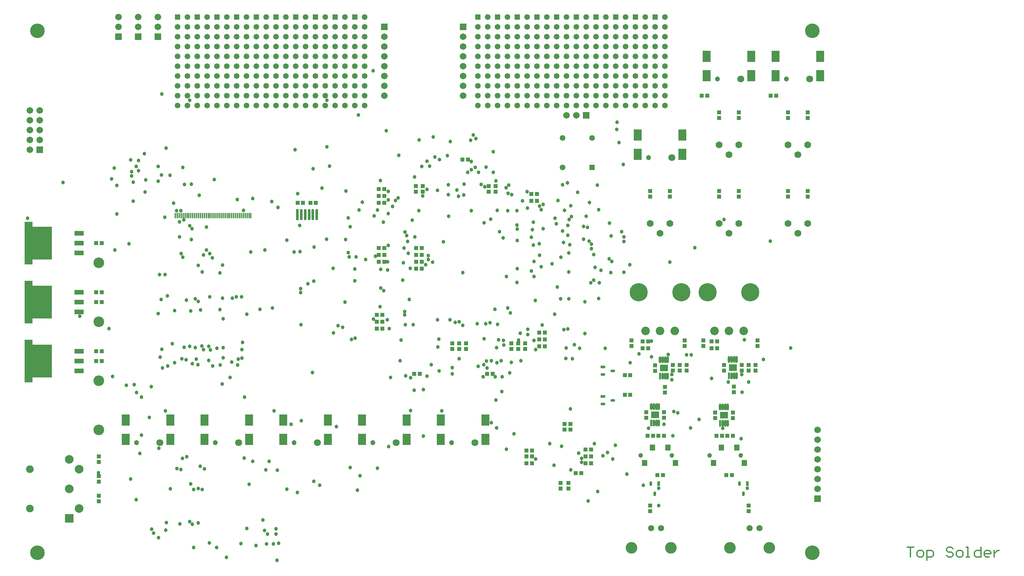
<source format=gts>
%FSLAX25Y25*%
%MOIN*%
G70*
G01*
G75*
G04 Layer_Color=8388736*
%ADD10R,0.03150X0.03543*%
%ADD11R,0.01969X0.03937*%
%ADD12O,0.01969X0.03937*%
%ADD13R,0.03543X0.03150*%
%ADD14R,0.04724X0.05512*%
%ADD15R,0.07480X0.06299*%
%ADD16O,0.01575X0.06299*%
%ADD17R,0.01575X0.06299*%
%ADD18R,0.01969X0.10630*%
%ADD19O,0.01969X0.10630*%
%ADD20R,0.08500X0.04200*%
%ADD21R,0.07500X0.42500*%
%ADD22R,0.20000X0.32500*%
%ADD23R,0.00787X0.04724*%
%ADD24O,0.00787X0.04724*%
%ADD25R,0.03937X0.01969*%
%ADD26O,0.03937X0.01969*%
%ADD27R,0.07480X0.11024*%
%ADD28C,0.00780*%
%ADD29C,0.02500*%
%ADD30C,0.01575*%
%ADD31C,0.01969*%
%ADD32C,0.00787*%
%ADD33C,0.01200*%
%ADD34C,0.03937*%
%ADD35C,0.06200*%
%ADD36C,0.07874*%
%ADD37C,0.17716*%
%ADD38R,0.05000X0.05000*%
%ADD39C,0.05000*%
%ADD40C,0.10000*%
%ADD41R,0.05906X0.05906*%
%ADD42C,0.05906*%
%ADD43C,0.11000*%
%ADD44C,0.05500*%
%ADD45R,0.05906X0.05906*%
%ADD46C,0.14000*%
%ADD47R,0.05000X0.05000*%
%ADD48C,0.08000*%
%ADD49C,0.07000*%
%ADD50R,0.08000X0.08000*%
%ADD51C,0.04331*%
%ADD52C,0.06299*%
%ADD53C,0.03000*%
%ADD54O,0.01181X0.03937*%
%ADD55R,0.01181X0.03937*%
%ADD56O,0.03150X0.00984*%
%ADD57R,0.03150X0.00984*%
%ADD58R,0.00984X0.03150*%
%ADD59O,0.07480X0.01181*%
%ADD60R,2.00000X0.06000*%
%ADD61O,0.10000X0.01181*%
%ADD62O,0.01181X0.10000*%
%ADD63O,0.01181X0.07480*%
%ADD64O,0.01772X0.05709*%
%ADD65R,0.01772X0.05709*%
%ADD66O,0.01575X0.03937*%
%ADD67R,0.01575X0.03937*%
%ADD68O,0.08000X0.02400*%
%ADD69C,0.02400*%
%ADD70C,0.01181*%
%ADD71C,0.01772*%
%ADD72C,0.00984*%
%ADD73C,0.01000*%
%ADD74C,0.00800*%
%ADD75C,0.01500*%
%ADD76R,0.08268X0.11024*%
%ADD77R,0.09449X0.09449*%
%ADD78R,0.09449X0.09449*%
%ADD79R,0.03950X0.04343*%
%ADD80R,0.02769X0.04737*%
%ADD81O,0.02769X0.04737*%
%ADD82R,0.04343X0.03950*%
%ADD83R,0.05524X0.06312*%
%ADD84R,0.08280X0.07099*%
%ADD85O,0.02375X0.07099*%
%ADD86R,0.02375X0.07099*%
%ADD87R,0.02769X0.11430*%
%ADD88O,0.02769X0.11430*%
%ADD89R,0.09300X0.05000*%
%ADD90R,0.08300X0.43300*%
%ADD91R,0.20800X0.33300*%
%ADD92R,0.01587X0.05524*%
%ADD93O,0.01587X0.05524*%
%ADD94R,0.04737X0.02769*%
%ADD95O,0.04737X0.02769*%
%ADD96R,0.08280X0.11824*%
%ADD97C,0.04737*%
%ADD98C,0.08674*%
%ADD99C,0.18517*%
%ADD100R,0.05800X0.05800*%
%ADD101C,0.05800*%
%ADD102C,0.10800*%
%ADD103R,0.06706X0.06706*%
%ADD104C,0.06706*%
%ADD105C,0.11800*%
%ADD106C,0.06300*%
%ADD107R,0.06706X0.06706*%
%ADD108C,0.14800*%
%ADD109R,0.05800X0.05800*%
%ADD110C,0.08800*%
%ADD111C,0.07800*%
%ADD112R,0.08800X0.08800*%
%ADD113C,0.05131*%
%ADD114C,0.07099*%
%ADD115C,0.03800*%
D33*
X2161000Y750497D02*
X2167665D01*
X2164332D01*
Y740500D01*
X2172663D02*
X2175995D01*
X2177661Y742166D01*
Y745498D01*
X2175995Y747164D01*
X2172663D01*
X2170997Y745498D01*
Y742166D01*
X2172663Y740500D01*
X2180993Y737168D02*
Y747164D01*
X2185992D01*
X2187658Y745498D01*
Y742166D01*
X2185992Y740500D01*
X2180993D01*
X2207652Y748831D02*
X2205985Y750497D01*
X2202653D01*
X2200987Y748831D01*
Y747164D01*
X2202653Y745498D01*
X2205985D01*
X2207652Y743832D01*
Y742166D01*
X2205985Y740500D01*
X2202653D01*
X2200987Y742166D01*
X2212650Y740500D02*
X2215982D01*
X2217648Y742166D01*
Y745498D01*
X2215982Y747164D01*
X2212650D01*
X2210984Y745498D01*
Y742166D01*
X2212650Y740500D01*
X2220981D02*
X2224313D01*
X2222647D01*
Y750497D01*
X2220981D01*
X2235976D02*
Y740500D01*
X2230977D01*
X2229311Y742166D01*
Y745498D01*
X2230977Y747164D01*
X2235976D01*
X2244306Y740500D02*
X2240974D01*
X2239308Y742166D01*
Y745498D01*
X2240974Y747164D01*
X2244306D01*
X2245972Y745498D01*
Y743832D01*
X2239308D01*
X2249305Y747164D02*
Y740500D01*
Y743832D01*
X2250971Y745498D01*
X2252637Y747164D01*
X2254303D01*
D49*
X2060000Y1080000D02*
D03*
X2040000D02*
D03*
X2050000Y1070000D02*
D03*
Y1150000D02*
D03*
X2040000Y1160000D02*
D03*
X2060000D02*
D03*
X1980000Y1150000D02*
D03*
X1970000Y1160000D02*
D03*
X1990000D02*
D03*
X1910000Y1070000D02*
D03*
X1900000Y1080000D02*
D03*
X1920000D02*
D03*
X1980000Y1070000D02*
D03*
X1970000Y1080000D02*
D03*
X1990000D02*
D03*
D79*
X1547378Y1101063D02*
D03*
X1541866D02*
D03*
X1554866D02*
D03*
X1560378D02*
D03*
X1662244Y1048000D02*
D03*
X1667756D02*
D03*
X1662244Y1041000D02*
D03*
X1667756D02*
D03*
X1662244Y1055000D02*
D03*
X1667756D02*
D03*
X1662244Y1034000D02*
D03*
X1667756D02*
D03*
X1913756Y864000D02*
D03*
X1908244D02*
D03*
X1967244D02*
D03*
X1972756D02*
D03*
X1874193Y925561D02*
D03*
X1879705D02*
D03*
X1902756Y864000D02*
D03*
X1897244D02*
D03*
X1982756Y824000D02*
D03*
X1977244D02*
D03*
X1774244Y849000D02*
D03*
X1779756D02*
D03*
X1774244Y836000D02*
D03*
X1779756D02*
D03*
X1774244Y843000D02*
D03*
X1779756D02*
D03*
X1829756Y826000D02*
D03*
X1824244D02*
D03*
X1734244Y927000D02*
D03*
X1739756D02*
D03*
X1660244D02*
D03*
X1665756D02*
D03*
X1627756Y973000D02*
D03*
X1622244D02*
D03*
X1629756Y1108000D02*
D03*
X1624244D02*
D03*
X1629756Y1115000D02*
D03*
X1624244D02*
D03*
X1714756Y1145000D02*
D03*
X1709244D02*
D03*
X1897756Y953000D02*
D03*
X1892244D02*
D03*
X1907244Y824000D02*
D03*
X1912756D02*
D03*
X1962244Y960000D02*
D03*
X1967756D02*
D03*
X1337244Y940000D02*
D03*
X1342756D02*
D03*
X1337244Y1060000D02*
D03*
X1342756D02*
D03*
Y950000D02*
D03*
X1337244D02*
D03*
X1342756Y1010000D02*
D03*
X1337244D02*
D03*
X2027756Y1210000D02*
D03*
X2022244D02*
D03*
X1957756D02*
D03*
X1952244D02*
D03*
X1983756Y864000D02*
D03*
X1978244D02*
D03*
X1879705Y905561D02*
D03*
X1874193D02*
D03*
X1337244Y1000000D02*
D03*
X1342756D02*
D03*
X1787244Y969000D02*
D03*
X1792756D02*
D03*
X1627756Y987000D02*
D03*
X1622244D02*
D03*
X1787244Y962000D02*
D03*
X1792756D02*
D03*
X1629756Y1055000D02*
D03*
X1624244D02*
D03*
X1629756Y1101000D02*
D03*
X1624244D02*
D03*
X1779244Y1110000D02*
D03*
X1784756D02*
D03*
X1629756Y1048000D02*
D03*
X1624244D02*
D03*
X1787244Y955000D02*
D03*
X1792756D02*
D03*
X1779244Y1103000D02*
D03*
X1784756D02*
D03*
X1627756Y980000D02*
D03*
X1622244D02*
D03*
X1629756Y1041000D02*
D03*
X1624244D02*
D03*
X1892244Y960000D02*
D03*
X1897756D02*
D03*
X1962244Y953000D02*
D03*
X1967756D02*
D03*
X1839756Y850000D02*
D03*
X1834244D02*
D03*
X1839756Y843000D02*
D03*
X1834244D02*
D03*
X1839756Y836000D02*
D03*
X1834244D02*
D03*
D80*
X1908425Y815118D02*
D03*
X1998425D02*
D03*
D81*
X1900551D02*
D03*
X1904488Y804882D02*
D03*
X1990551Y815118D02*
D03*
X1994488Y804882D02*
D03*
D82*
X1900000Y787244D02*
D03*
Y792756D02*
D03*
X2000000Y792756D02*
D03*
Y787244D02*
D03*
X1881000Y955244D02*
D03*
Y960756D02*
D03*
X1935000Y955244D02*
D03*
Y960756D02*
D03*
X1954000Y955244D02*
D03*
Y960756D02*
D03*
X2009000Y955244D02*
D03*
Y960756D02*
D03*
X1975000Y930244D02*
D03*
Y935756D02*
D03*
X1993000D02*
D03*
Y930244D02*
D03*
X1813000Y875756D02*
D03*
Y870244D02*
D03*
X1819000Y875756D02*
D03*
Y870244D02*
D03*
X1809000Y810244D02*
D03*
Y815756D02*
D03*
X2060000Y1107244D02*
D03*
Y1112756D02*
D03*
X2040000Y1107244D02*
D03*
Y1112756D02*
D03*
X1990000Y1107244D02*
D03*
Y1112756D02*
D03*
X1970000Y1107244D02*
D03*
Y1112756D02*
D03*
X1920000Y1107244D02*
D03*
Y1112756D02*
D03*
X1900000Y1107244D02*
D03*
Y1112756D02*
D03*
X1990000Y1187244D02*
D03*
Y1192756D02*
D03*
X1970000Y1187244D02*
D03*
Y1192756D02*
D03*
X2060000Y1187244D02*
D03*
Y1192756D02*
D03*
X2040000Y1187244D02*
D03*
Y1192756D02*
D03*
X1773000Y957756D02*
D03*
Y952244D02*
D03*
X1923000Y930244D02*
D03*
Y935756D02*
D03*
X1905063Y935488D02*
D03*
Y929976D02*
D03*
X1340000Y822756D02*
D03*
Y817244D02*
D03*
X1340000Y797244D02*
D03*
Y802756D02*
D03*
X1340000Y842756D02*
D03*
Y837244D02*
D03*
X1985000Y908244D02*
D03*
Y913756D02*
D03*
X2007000Y930244D02*
D03*
Y935756D02*
D03*
X2000000Y930244D02*
D03*
Y935756D02*
D03*
X1662000Y1112244D02*
D03*
Y1117756D02*
D03*
X1766000Y957756D02*
D03*
Y952244D02*
D03*
X1706000Y957756D02*
D03*
Y952244D02*
D03*
X1743000Y1112244D02*
D03*
Y1117756D02*
D03*
X1713000Y957756D02*
D03*
Y952244D02*
D03*
X1736000Y1112244D02*
D03*
Y1117756D02*
D03*
X1759000Y957756D02*
D03*
Y952244D02*
D03*
X1699000Y957756D02*
D03*
Y952244D02*
D03*
X1669000Y1112244D02*
D03*
Y1117756D02*
D03*
X1914000Y887756D02*
D03*
Y882244D02*
D03*
X1896000Y882244D02*
D03*
Y887756D02*
D03*
X1984063Y881976D02*
D03*
Y887488D02*
D03*
X1966063Y887488D02*
D03*
Y881976D02*
D03*
X1915063Y913488D02*
D03*
Y907976D02*
D03*
X1817000Y810244D02*
D03*
Y815756D02*
D03*
X1937000Y930244D02*
D03*
Y935756D02*
D03*
X1930000Y930244D02*
D03*
Y935756D02*
D03*
D83*
X1995748Y836126D02*
D03*
X1987874Y851874D02*
D03*
X1972126D02*
D03*
X1964252Y836126D02*
D03*
X1894252D02*
D03*
X1902126Y851874D02*
D03*
X1917874D02*
D03*
X1925748Y836126D02*
D03*
D84*
X1914000Y933000D02*
D03*
X1983937Y933268D02*
D03*
X1904937Y885268D02*
D03*
X1975000Y885000D02*
D03*
D85*
X1917740Y941268D02*
D03*
X1915181D02*
D03*
X1912622D02*
D03*
X1910063D02*
D03*
X1917740Y924732D02*
D03*
X1915181D02*
D03*
X1912622D02*
D03*
X1987677Y941535D02*
D03*
X1985118D02*
D03*
X1982559D02*
D03*
X1980000D02*
D03*
X1987677Y925000D02*
D03*
X1985118D02*
D03*
X1982559D02*
D03*
X1908677Y893535D02*
D03*
X1906118D02*
D03*
X1903559D02*
D03*
X1901000D02*
D03*
X1908677Y877000D02*
D03*
X1906118D02*
D03*
X1903559D02*
D03*
X1978740Y893268D02*
D03*
X1976181D02*
D03*
X1973622D02*
D03*
X1971063D02*
D03*
X1978740Y876732D02*
D03*
X1976181D02*
D03*
X1973622D02*
D03*
D86*
X1910063Y924732D02*
D03*
X1980000Y925000D02*
D03*
X1901000Y877000D02*
D03*
X1971063Y876732D02*
D03*
D87*
X1541622Y1089063D02*
D03*
D88*
X1545559D02*
D03*
X1549496D02*
D03*
X1553433D02*
D03*
X1557370D02*
D03*
X1561307D02*
D03*
D89*
X1320000Y1060000D02*
D03*
Y1050000D02*
D03*
Y1070000D02*
D03*
Y940000D02*
D03*
Y930000D02*
D03*
Y950000D02*
D03*
Y1000000D02*
D03*
Y990000D02*
D03*
Y1010000D02*
D03*
D90*
X1268500Y1060000D02*
D03*
Y940000D02*
D03*
Y1000000D02*
D03*
D91*
X1282000Y1060000D02*
D03*
Y940000D02*
D03*
Y1000000D02*
D03*
D92*
X1494394Y1088063D02*
D03*
X1474709D02*
D03*
X1455024D02*
D03*
X1435339D02*
D03*
X1417622D02*
D03*
D93*
X1492425D02*
D03*
X1490457D02*
D03*
X1488488D02*
D03*
X1486520D02*
D03*
X1484551D02*
D03*
X1482583D02*
D03*
X1480614D02*
D03*
X1478646D02*
D03*
X1476677D02*
D03*
X1472740D02*
D03*
X1470772D02*
D03*
X1468803D02*
D03*
X1466835D02*
D03*
X1464866D02*
D03*
X1462898D02*
D03*
X1460929D02*
D03*
X1458961D02*
D03*
X1456992D02*
D03*
X1453055D02*
D03*
X1451087D02*
D03*
X1449118D02*
D03*
X1447150D02*
D03*
X1445181D02*
D03*
X1443213D02*
D03*
X1441244D02*
D03*
X1439276D02*
D03*
X1437307D02*
D03*
X1433370D02*
D03*
X1431402D02*
D03*
X1429433D02*
D03*
X1427465D02*
D03*
X1425496D02*
D03*
X1423528D02*
D03*
X1421559D02*
D03*
X1419591D02*
D03*
D94*
X1851831Y903986D02*
D03*
Y933986D02*
D03*
D95*
Y896112D02*
D03*
X1862067Y900049D02*
D03*
X1851831Y926112D02*
D03*
X1862067Y930049D02*
D03*
D96*
X1932638Y1169843D02*
D03*
Y1150157D02*
D03*
X1887362Y1169843D02*
D03*
Y1150157D02*
D03*
X1412638Y879843D02*
D03*
Y860157D02*
D03*
X1367362Y879843D02*
D03*
Y860157D02*
D03*
X1492638Y879843D02*
D03*
Y860157D02*
D03*
X1447362Y879843D02*
D03*
Y860157D02*
D03*
X1572638Y879843D02*
D03*
Y860157D02*
D03*
X1527362Y879843D02*
D03*
Y860157D02*
D03*
X1652638Y879843D02*
D03*
Y860157D02*
D03*
X1607362Y879843D02*
D03*
Y860157D02*
D03*
X2072638Y1249843D02*
D03*
Y1230157D02*
D03*
X2027362Y1249843D02*
D03*
Y1230157D02*
D03*
X2002638Y1249843D02*
D03*
Y1230157D02*
D03*
X1957362Y1249843D02*
D03*
Y1230157D02*
D03*
X1732638Y879843D02*
D03*
Y860157D02*
D03*
X1687362Y879843D02*
D03*
Y860157D02*
D03*
D97*
X1991811Y844000D02*
D03*
X1960315D02*
D03*
X1890315D02*
D03*
X1921811D02*
D03*
D98*
X1924764Y970630D02*
D03*
X1910000D02*
D03*
X1895236D02*
D03*
X1994764D02*
D03*
X1980000D02*
D03*
X1965236D02*
D03*
D99*
X1888346Y1010000D02*
D03*
X1931654D02*
D03*
X1958346D02*
D03*
X2001654D02*
D03*
D100*
X1905000Y1290000D02*
D03*
X1885000D02*
D03*
X1865000D02*
D03*
X1845000D02*
D03*
X1825000D02*
D03*
X1725000D02*
D03*
X1745000D02*
D03*
X1765000D02*
D03*
X1785000D02*
D03*
X1805000D02*
D03*
X1500000D02*
D03*
X1480000D02*
D03*
X1460000D02*
D03*
X1440000D02*
D03*
X1420000D02*
D03*
X1520000D02*
D03*
X1540000D02*
D03*
X1560000D02*
D03*
X1580000D02*
D03*
X1600000D02*
D03*
D101*
X1905000Y1280000D02*
D03*
Y1270000D02*
D03*
Y1260000D02*
D03*
Y1250000D02*
D03*
Y1240000D02*
D03*
Y1230000D02*
D03*
Y1220000D02*
D03*
Y1210000D02*
D03*
Y1200000D02*
D03*
X1915000Y1290000D02*
D03*
Y1280000D02*
D03*
Y1270000D02*
D03*
Y1260000D02*
D03*
Y1250000D02*
D03*
Y1240000D02*
D03*
Y1230000D02*
D03*
Y1220000D02*
D03*
Y1210000D02*
D03*
Y1200000D02*
D03*
X1885000Y1280000D02*
D03*
Y1270000D02*
D03*
Y1260000D02*
D03*
Y1250000D02*
D03*
Y1240000D02*
D03*
Y1230000D02*
D03*
Y1220000D02*
D03*
Y1210000D02*
D03*
Y1200000D02*
D03*
X1895000Y1290000D02*
D03*
Y1280000D02*
D03*
Y1270000D02*
D03*
Y1260000D02*
D03*
Y1250000D02*
D03*
Y1240000D02*
D03*
Y1230000D02*
D03*
Y1220000D02*
D03*
Y1210000D02*
D03*
Y1200000D02*
D03*
X1865000Y1280000D02*
D03*
Y1270000D02*
D03*
Y1260000D02*
D03*
Y1250000D02*
D03*
Y1240000D02*
D03*
Y1230000D02*
D03*
Y1220000D02*
D03*
Y1210000D02*
D03*
Y1200000D02*
D03*
X1875000Y1290000D02*
D03*
Y1280000D02*
D03*
Y1270000D02*
D03*
Y1260000D02*
D03*
Y1250000D02*
D03*
Y1240000D02*
D03*
Y1230000D02*
D03*
Y1220000D02*
D03*
Y1210000D02*
D03*
Y1200000D02*
D03*
X1845000Y1280000D02*
D03*
Y1270000D02*
D03*
Y1260000D02*
D03*
Y1250000D02*
D03*
Y1240000D02*
D03*
Y1230000D02*
D03*
Y1220000D02*
D03*
Y1210000D02*
D03*
Y1200000D02*
D03*
X1855000Y1290000D02*
D03*
Y1280000D02*
D03*
Y1270000D02*
D03*
Y1260000D02*
D03*
Y1250000D02*
D03*
Y1240000D02*
D03*
Y1230000D02*
D03*
Y1220000D02*
D03*
Y1210000D02*
D03*
Y1200000D02*
D03*
X1835000D02*
D03*
Y1210000D02*
D03*
Y1220000D02*
D03*
Y1230000D02*
D03*
Y1240000D02*
D03*
Y1250000D02*
D03*
Y1260000D02*
D03*
Y1270000D02*
D03*
Y1280000D02*
D03*
Y1290000D02*
D03*
X1825000Y1200000D02*
D03*
Y1210000D02*
D03*
Y1220000D02*
D03*
Y1230000D02*
D03*
Y1240000D02*
D03*
Y1250000D02*
D03*
Y1260000D02*
D03*
Y1270000D02*
D03*
Y1280000D02*
D03*
X1725000D02*
D03*
Y1270000D02*
D03*
Y1260000D02*
D03*
Y1250000D02*
D03*
Y1240000D02*
D03*
Y1230000D02*
D03*
Y1220000D02*
D03*
Y1210000D02*
D03*
Y1200000D02*
D03*
X1735000Y1290000D02*
D03*
Y1280000D02*
D03*
Y1270000D02*
D03*
Y1260000D02*
D03*
Y1250000D02*
D03*
Y1240000D02*
D03*
Y1230000D02*
D03*
Y1220000D02*
D03*
Y1210000D02*
D03*
Y1200000D02*
D03*
X1755000D02*
D03*
Y1210000D02*
D03*
Y1220000D02*
D03*
Y1230000D02*
D03*
Y1240000D02*
D03*
Y1250000D02*
D03*
Y1260000D02*
D03*
Y1270000D02*
D03*
Y1280000D02*
D03*
Y1290000D02*
D03*
X1745000Y1200000D02*
D03*
Y1210000D02*
D03*
Y1220000D02*
D03*
Y1230000D02*
D03*
Y1240000D02*
D03*
Y1250000D02*
D03*
Y1260000D02*
D03*
Y1270000D02*
D03*
Y1280000D02*
D03*
X1775000Y1200000D02*
D03*
Y1210000D02*
D03*
Y1220000D02*
D03*
Y1230000D02*
D03*
Y1240000D02*
D03*
Y1250000D02*
D03*
Y1260000D02*
D03*
Y1270000D02*
D03*
Y1280000D02*
D03*
Y1290000D02*
D03*
X1765000Y1200000D02*
D03*
Y1210000D02*
D03*
Y1220000D02*
D03*
Y1230000D02*
D03*
Y1240000D02*
D03*
Y1250000D02*
D03*
Y1260000D02*
D03*
Y1270000D02*
D03*
Y1280000D02*
D03*
X1795000Y1200000D02*
D03*
Y1210000D02*
D03*
Y1220000D02*
D03*
Y1230000D02*
D03*
Y1240000D02*
D03*
Y1250000D02*
D03*
Y1260000D02*
D03*
Y1270000D02*
D03*
Y1280000D02*
D03*
Y1290000D02*
D03*
X1785000Y1200000D02*
D03*
Y1210000D02*
D03*
Y1220000D02*
D03*
Y1230000D02*
D03*
Y1240000D02*
D03*
Y1250000D02*
D03*
Y1260000D02*
D03*
Y1270000D02*
D03*
Y1280000D02*
D03*
X1815000Y1200000D02*
D03*
Y1210000D02*
D03*
Y1220000D02*
D03*
Y1230000D02*
D03*
Y1240000D02*
D03*
Y1250000D02*
D03*
Y1260000D02*
D03*
Y1270000D02*
D03*
Y1280000D02*
D03*
Y1290000D02*
D03*
X1805000Y1200000D02*
D03*
Y1210000D02*
D03*
Y1220000D02*
D03*
Y1230000D02*
D03*
Y1240000D02*
D03*
Y1250000D02*
D03*
Y1260000D02*
D03*
Y1270000D02*
D03*
Y1280000D02*
D03*
X1811000Y1137000D02*
D03*
Y1167000D02*
D03*
X1841000D02*
D03*
X1500000Y1280000D02*
D03*
Y1270000D02*
D03*
Y1260000D02*
D03*
Y1250000D02*
D03*
Y1240000D02*
D03*
Y1230000D02*
D03*
Y1220000D02*
D03*
Y1210000D02*
D03*
Y1200000D02*
D03*
X1510000Y1290000D02*
D03*
Y1280000D02*
D03*
Y1270000D02*
D03*
Y1260000D02*
D03*
Y1250000D02*
D03*
Y1240000D02*
D03*
Y1230000D02*
D03*
Y1220000D02*
D03*
Y1210000D02*
D03*
Y1200000D02*
D03*
X1480000Y1280000D02*
D03*
Y1270000D02*
D03*
Y1260000D02*
D03*
Y1250000D02*
D03*
Y1240000D02*
D03*
Y1230000D02*
D03*
Y1220000D02*
D03*
Y1210000D02*
D03*
Y1200000D02*
D03*
X1490000Y1290000D02*
D03*
Y1280000D02*
D03*
Y1270000D02*
D03*
Y1260000D02*
D03*
Y1250000D02*
D03*
Y1240000D02*
D03*
Y1230000D02*
D03*
Y1220000D02*
D03*
Y1210000D02*
D03*
Y1200000D02*
D03*
X1460000Y1280000D02*
D03*
Y1270000D02*
D03*
Y1260000D02*
D03*
Y1250000D02*
D03*
Y1240000D02*
D03*
Y1230000D02*
D03*
Y1220000D02*
D03*
Y1210000D02*
D03*
Y1200000D02*
D03*
X1470000Y1290000D02*
D03*
Y1280000D02*
D03*
Y1270000D02*
D03*
Y1260000D02*
D03*
Y1250000D02*
D03*
Y1240000D02*
D03*
Y1230000D02*
D03*
Y1220000D02*
D03*
Y1210000D02*
D03*
Y1200000D02*
D03*
X1440000Y1280000D02*
D03*
Y1270000D02*
D03*
Y1260000D02*
D03*
Y1250000D02*
D03*
Y1240000D02*
D03*
Y1230000D02*
D03*
Y1220000D02*
D03*
Y1210000D02*
D03*
Y1200000D02*
D03*
X1450000Y1290000D02*
D03*
Y1280000D02*
D03*
Y1270000D02*
D03*
Y1260000D02*
D03*
Y1250000D02*
D03*
Y1240000D02*
D03*
Y1230000D02*
D03*
Y1220000D02*
D03*
Y1210000D02*
D03*
Y1200000D02*
D03*
X1430000D02*
D03*
Y1210000D02*
D03*
Y1220000D02*
D03*
Y1230000D02*
D03*
Y1240000D02*
D03*
Y1250000D02*
D03*
Y1260000D02*
D03*
Y1270000D02*
D03*
Y1280000D02*
D03*
Y1290000D02*
D03*
X1420000Y1200000D02*
D03*
Y1210000D02*
D03*
Y1220000D02*
D03*
Y1230000D02*
D03*
Y1240000D02*
D03*
Y1250000D02*
D03*
Y1260000D02*
D03*
Y1270000D02*
D03*
Y1280000D02*
D03*
X1520000D02*
D03*
Y1270000D02*
D03*
Y1260000D02*
D03*
Y1250000D02*
D03*
Y1240000D02*
D03*
Y1230000D02*
D03*
Y1220000D02*
D03*
Y1210000D02*
D03*
Y1200000D02*
D03*
X1530000Y1290000D02*
D03*
Y1280000D02*
D03*
Y1270000D02*
D03*
Y1260000D02*
D03*
Y1250000D02*
D03*
Y1240000D02*
D03*
Y1230000D02*
D03*
Y1220000D02*
D03*
Y1210000D02*
D03*
Y1200000D02*
D03*
X1550000D02*
D03*
Y1210000D02*
D03*
Y1220000D02*
D03*
Y1230000D02*
D03*
Y1240000D02*
D03*
Y1250000D02*
D03*
Y1260000D02*
D03*
Y1270000D02*
D03*
Y1280000D02*
D03*
Y1290000D02*
D03*
X1540000Y1200000D02*
D03*
Y1210000D02*
D03*
Y1220000D02*
D03*
Y1230000D02*
D03*
Y1240000D02*
D03*
Y1250000D02*
D03*
Y1260000D02*
D03*
Y1270000D02*
D03*
Y1280000D02*
D03*
X1570000Y1200000D02*
D03*
Y1210000D02*
D03*
Y1220000D02*
D03*
Y1230000D02*
D03*
Y1240000D02*
D03*
Y1250000D02*
D03*
Y1260000D02*
D03*
Y1270000D02*
D03*
Y1280000D02*
D03*
Y1290000D02*
D03*
X1560000Y1200000D02*
D03*
Y1210000D02*
D03*
Y1220000D02*
D03*
Y1230000D02*
D03*
Y1240000D02*
D03*
Y1250000D02*
D03*
Y1260000D02*
D03*
Y1270000D02*
D03*
Y1280000D02*
D03*
X1590000Y1200000D02*
D03*
Y1210000D02*
D03*
Y1220000D02*
D03*
Y1230000D02*
D03*
Y1240000D02*
D03*
Y1250000D02*
D03*
Y1260000D02*
D03*
Y1270000D02*
D03*
Y1280000D02*
D03*
Y1290000D02*
D03*
X1580000Y1200000D02*
D03*
Y1210000D02*
D03*
Y1220000D02*
D03*
Y1230000D02*
D03*
Y1240000D02*
D03*
Y1250000D02*
D03*
Y1260000D02*
D03*
Y1270000D02*
D03*
Y1280000D02*
D03*
X1610000Y1200000D02*
D03*
Y1210000D02*
D03*
Y1220000D02*
D03*
Y1230000D02*
D03*
Y1240000D02*
D03*
Y1250000D02*
D03*
Y1260000D02*
D03*
Y1270000D02*
D03*
Y1280000D02*
D03*
Y1290000D02*
D03*
X1600000Y1200000D02*
D03*
Y1210000D02*
D03*
Y1220000D02*
D03*
Y1230000D02*
D03*
Y1240000D02*
D03*
Y1250000D02*
D03*
Y1260000D02*
D03*
Y1270000D02*
D03*
Y1280000D02*
D03*
D102*
X1340000Y870000D02*
D03*
Y1040000D02*
D03*
Y980000D02*
D03*
Y920000D02*
D03*
D103*
X2070000Y800000D02*
D03*
X1280000Y1155000D02*
D03*
X1630000Y1280000D02*
D03*
X1360000Y1270000D02*
D03*
X1380000D02*
D03*
X1400000D02*
D03*
X1710000Y1280000D02*
D03*
D104*
X2070000Y810000D02*
D03*
Y820000D02*
D03*
Y830000D02*
D03*
Y840000D02*
D03*
Y850000D02*
D03*
Y860000D02*
D03*
Y870000D02*
D03*
X1280000Y1165000D02*
D03*
Y1175000D02*
D03*
Y1185000D02*
D03*
Y1195000D02*
D03*
X1270000Y1155000D02*
D03*
Y1165000D02*
D03*
Y1175000D02*
D03*
Y1185000D02*
D03*
Y1195000D02*
D03*
X1815000Y1190000D02*
D03*
X1825000D02*
D03*
X1630000Y1210000D02*
D03*
Y1220000D02*
D03*
Y1230000D02*
D03*
Y1240000D02*
D03*
Y1250000D02*
D03*
Y1260000D02*
D03*
Y1270000D02*
D03*
X1360000Y1290000D02*
D03*
Y1280000D02*
D03*
X1380000Y1290000D02*
D03*
Y1280000D02*
D03*
X1400000Y1290000D02*
D03*
Y1280000D02*
D03*
X1710000Y1210000D02*
D03*
Y1220000D02*
D03*
Y1230000D02*
D03*
Y1240000D02*
D03*
Y1250000D02*
D03*
Y1260000D02*
D03*
Y1270000D02*
D03*
D105*
X2020787Y750000D02*
D03*
X1980787D02*
D03*
X1920787D02*
D03*
X1880787D02*
D03*
D106*
X2010787Y770000D02*
D03*
X2000787D02*
D03*
X1910787D02*
D03*
X1900787D02*
D03*
D107*
X1835000Y1190000D02*
D03*
D108*
X1277500Y745000D02*
D03*
Y1276000D02*
D03*
X2064500Y745000D02*
D03*
Y1276000D02*
D03*
D109*
X1841000Y1137000D02*
D03*
D110*
X1310000Y840000D02*
D03*
X1320000Y830000D02*
D03*
X1310000Y810000D02*
D03*
X1320000Y790000D02*
D03*
D111*
X1270000Y830000D02*
D03*
Y790000D02*
D03*
D112*
X1310000Y780000D02*
D03*
D113*
X1898189Y1146811D02*
D03*
X1378189Y856811D02*
D03*
X1458189D02*
D03*
X1538189D02*
D03*
X1618189D02*
D03*
X2038189Y1226811D02*
D03*
X1968189D02*
D03*
X1698189Y856811D02*
D03*
D114*
X1921811Y1146811D02*
D03*
X1401811Y856811D02*
D03*
X1481811D02*
D03*
X1561811D02*
D03*
X1641811D02*
D03*
X2061811Y1226811D02*
D03*
X1991811D02*
D03*
X1721811Y856811D02*
D03*
D115*
X1511400Y763800D02*
D03*
X1404700Y932900D02*
D03*
X1410000Y935000D02*
D03*
X1439000Y942000D02*
D03*
X1922000Y921000D02*
D03*
X1908425Y792825D02*
D03*
X1998425Y810625D02*
D03*
X1908425D02*
D03*
X1914000Y875500D02*
D03*
X1415800Y1100700D02*
D03*
X1892900Y813700D02*
D03*
X1496378Y1105400D02*
D03*
X1386300Y1150961D02*
D03*
X1457376Y1124524D02*
D03*
X1425300Y1137000D02*
D03*
X1442000Y1108500D02*
D03*
X1433790Y1119910D02*
D03*
X1412223Y1128800D02*
D03*
X1426900Y1119600D02*
D03*
X1387600Y1124300D02*
D03*
X1434600Y1074477D02*
D03*
X1387000Y1111800D02*
D03*
X1827200Y846400D02*
D03*
X1578100Y968600D02*
D03*
X1975000Y1083900D02*
D03*
X1424392Y942360D02*
D03*
X1490200Y987500D02*
D03*
X1733700Y939800D02*
D03*
X1303600Y1121433D02*
D03*
X1732800Y978000D02*
D03*
X1699000Y927000D02*
D03*
X1599900Y1021464D02*
D03*
Y1033534D02*
D03*
X1541866Y1110100D02*
D03*
X1601190Y1046000D02*
D03*
X1604300Y1093600D02*
D03*
X1590800Y1113000D02*
D03*
X1714700Y1131800D02*
D03*
X1710520Y1108900D02*
D03*
X1718100Y1142800D02*
D03*
X1733400Y1137200D02*
D03*
X1750600Y1065400D02*
D03*
X1753800Y1026071D02*
D03*
X1781100Y1081100D02*
D03*
X1802900Y987535D02*
D03*
X1696743Y981800D02*
D03*
X1400590Y760258D02*
D03*
X1425100Y1045600D02*
D03*
X1660244Y910256D02*
D03*
X1684071Y981800D02*
D03*
X1805600Y1015300D02*
D03*
X1783200Y1001600D02*
D03*
X1782000Y1026071D02*
D03*
X1669000Y1107900D02*
D03*
X1804689Y1079500D02*
D03*
X1819300Y829100D02*
D03*
X1705970Y980000D02*
D03*
X1767800Y968400D02*
D03*
X1731200Y1080500D02*
D03*
X1679600Y1167800D02*
D03*
X1696800Y1163148D02*
D03*
X1717433Y1164667D02*
D03*
X1722770Y1166400D02*
D03*
X1720100Y1169900D02*
D03*
X1672000Y1037830D02*
D03*
X1674700Y1043200D02*
D03*
X1782019Y1041300D02*
D03*
X1873300Y1061700D02*
D03*
X1840200Y1058800D02*
D03*
X1834800Y1087100D02*
D03*
X1847700Y1093900D02*
D03*
X1858100Y1043900D02*
D03*
X1623053Y831047D02*
D03*
X1535100Y875700D02*
D03*
X1571600Y1158000D02*
D03*
X1603700Y1190100D02*
D03*
X1819400Y1097800D02*
D03*
X1377900Y799000D02*
D03*
X1866200Y1182900D02*
D03*
X1838244Y1101345D02*
D03*
X1833600Y1000200D02*
D03*
X1847600Y1003700D02*
D03*
X1945100Y1055100D02*
D03*
X1860000Y1029867D02*
D03*
X1414600Y957600D02*
D03*
X1860400Y1067100D02*
D03*
X1868300Y1162200D02*
D03*
X1843800Y1035200D02*
D03*
X1839700Y1019600D02*
D03*
X1848200D02*
D03*
X1833600Y967900D02*
D03*
X1816400Y972600D02*
D03*
X1817400Y1003300D02*
D03*
X1808800D02*
D03*
X1789100Y1035900D02*
D03*
X1840200Y1054100D02*
D03*
X1828200Y952800D02*
D03*
X1854300D02*
D03*
X1873200Y1030200D02*
D03*
X1842439Y1022370D02*
D03*
X1832400Y1063900D02*
D03*
X1814400Y942700D02*
D03*
X1811788Y1060450D02*
D03*
X1821000Y942100D02*
D03*
X1818200Y1058200D02*
D03*
X1860800Y1041200D02*
D03*
X1725600Y1131900D02*
D03*
X1738000Y1084100D02*
D03*
X1755400Y1093000D02*
D03*
X1774800Y1112400D02*
D03*
X1812900Y1093400D02*
D03*
X1810800Y1072346D02*
D03*
X1743300Y1123300D02*
D03*
X1673400Y1143400D02*
D03*
X1718300Y1093000D02*
D03*
Y1134556D02*
D03*
X1722300Y1137000D02*
D03*
X1695145Y1087300D02*
D03*
X1590600Y1063600D02*
D03*
X1625800Y1123500D02*
D03*
X1619600Y1087700D02*
D03*
X1650950Y1071250D02*
D03*
X1744100Y938200D02*
D03*
X1730100Y924000D02*
D03*
X1725400Y934600D02*
D03*
X1731252Y962548D02*
D03*
X1751300Y956300D02*
D03*
X1745032Y977166D02*
D03*
X1745825Y961700D02*
D03*
X1800300Y1038900D02*
D03*
X1949600Y880700D02*
D03*
X1941502Y946298D02*
D03*
X1940800Y871800D02*
D03*
X1755200Y994000D02*
D03*
X1631800Y1174200D02*
D03*
X1557633Y1135500D02*
D03*
X1566500Y1115900D02*
D03*
X1667900Y1137800D02*
D03*
X1742400Y992700D02*
D03*
X1492638Y814644D02*
D03*
X1530938Y809500D02*
D03*
X1320700Y985700D02*
D03*
X1426700Y953967D02*
D03*
X1607600Y1101600D02*
D03*
X1485928Y958975D02*
D03*
X1673400Y1114600D02*
D03*
X1703651Y1113923D02*
D03*
X1876100Y824900D02*
D03*
X1684008Y1113592D02*
D03*
X1770100Y1103000D02*
D03*
X1764800Y1062500D02*
D03*
X1685700Y929800D02*
D03*
X1749284Y909000D02*
D03*
X1790100Y976700D02*
D03*
X1645800Y940244D02*
D03*
X1651600Y924800D02*
D03*
X1688300Y889200D02*
D03*
X1441000Y810300D02*
D03*
X1600200Y963400D02*
D03*
X1494200Y1050900D02*
D03*
X1475716Y1004016D02*
D03*
X1443300Y991800D02*
D03*
X1444900Y1030496D02*
D03*
X1522072Y1096372D02*
D03*
X1438030Y1003370D02*
D03*
X1433130Y990930D02*
D03*
X1449400Y1076100D02*
D03*
X1544235Y1051200D02*
D03*
X1440582Y936400D02*
D03*
X1436200Y809275D02*
D03*
X1509500Y829400D02*
D03*
X1595280Y1076500D02*
D03*
X1451600Y940600D02*
D03*
X1451500Y955019D02*
D03*
X1538200Y1050900D02*
D03*
X1459968Y952868D02*
D03*
X1558700Y1056000D02*
D03*
X1447300Y830400D02*
D03*
X1463100Y936070D02*
D03*
X1466267Y953428D02*
D03*
X1571100Y1063900D02*
D03*
X1545400Y976900D02*
D03*
X1593270Y1050100D02*
D03*
X1480900Y936000D02*
D03*
X1487600Y841100D02*
D03*
X1429200Y842430D02*
D03*
X1423100Y829500D02*
D03*
X1424900Y840800D02*
D03*
X1419100Y830500D02*
D03*
X1578000Y1034400D02*
D03*
X1496200Y837900D02*
D03*
X1485315Y943000D02*
D03*
X1787600Y1047500D02*
D03*
X1870800Y1071600D02*
D03*
X1653740Y1061504D02*
D03*
X1660600Y1127244D02*
D03*
X1678930Y1040530D02*
D03*
X1587500Y974200D02*
D03*
X1864700Y854400D02*
D03*
X1738700Y877100D02*
D03*
X1743800Y872000D02*
D03*
X1783600Y840400D02*
D03*
X1802300Y834000D02*
D03*
X1753800Y850155D02*
D03*
X1743378Y900100D02*
D03*
X1797900Y856000D02*
D03*
X1757200Y927800D02*
D03*
X1749500Y923915D02*
D03*
X1761700Y865900D02*
D03*
X1558200Y817700D02*
D03*
X1435000Y773800D02*
D03*
X1605200Y823300D02*
D03*
X1499600Y752200D02*
D03*
X1545500Y879400D02*
D03*
X1521300Y829000D02*
D03*
X1522700Y754700D02*
D03*
X1595200Y831700D02*
D03*
X1634400Y852800D02*
D03*
X1673300Y924600D02*
D03*
X1669500Y910900D02*
D03*
Y863600D02*
D03*
X1564200Y813500D02*
D03*
X1519800Y769100D02*
D03*
X1434800Y937200D02*
D03*
X1440984Y775321D02*
D03*
X1393300Y914000D02*
D03*
X1393600Y768800D02*
D03*
X1403800Y951900D02*
D03*
X1407700Y889400D02*
D03*
X1518000D02*
D03*
X1557000Y928400D02*
D03*
X1408500Y775500D02*
D03*
X1452400Y754800D02*
D03*
X1391400Y882700D02*
D03*
X1395500Y765000D02*
D03*
X1402400Y944000D02*
D03*
X1656700Y922900D02*
D03*
Y889700D02*
D03*
X1401000Y851400D02*
D03*
X1407900Y768000D02*
D03*
X1400125Y988400D02*
D03*
X1383200Y864672D02*
D03*
X1378400Y908000D02*
D03*
X1403300Y1002700D02*
D03*
X1381600Y845898D02*
D03*
X1375900Y915800D02*
D03*
X1372300Y819800D02*
D03*
X1409600Y1006200D02*
D03*
X1544800Y1013500D02*
D03*
X1423600Y1049200D02*
D03*
X1416900Y938200D02*
D03*
X1438000Y953700D02*
D03*
X1446100Y1047900D02*
D03*
X1433800Y1063700D02*
D03*
X1446100Y951600D02*
D03*
X1453200Y951400D02*
D03*
X1455410Y1044800D02*
D03*
X1358400Y1089500D02*
D03*
Y1118500D02*
D03*
X1374900Y1121800D02*
D03*
Y1102668D02*
D03*
X1449400Y1053000D02*
D03*
X1444500Y955200D02*
D03*
X1352900Y1125370D02*
D03*
X1353900Y924268D02*
D03*
X1473100Y923400D02*
D03*
X1474800Y938800D02*
D03*
X1481500Y942000D02*
D03*
X1465400Y916500D02*
D03*
X1367800Y915400D02*
D03*
X1373200Y1128300D02*
D03*
Y1132600D02*
D03*
X1383400Y903200D02*
D03*
X1488000D02*
D03*
X1485200Y951600D02*
D03*
X1417000Y991400D02*
D03*
X1377900Y1137870D02*
D03*
X1355700Y1136200D02*
D03*
X1356300Y1052900D02*
D03*
X1441000Y1037200D02*
D03*
Y1000700D02*
D03*
X1372200Y1144700D02*
D03*
X1370500Y1059100D02*
D03*
X1465500Y1037600D02*
D03*
Y1003882D02*
D03*
X1486900Y1093100D02*
D03*
X1485051Y1005100D02*
D03*
X1539100Y1155000D02*
D03*
X1544000Y1077900D02*
D03*
X1508600Y1052900D02*
D03*
X1479700Y1005300D02*
D03*
X1574300Y1138200D02*
D03*
X1558200Y1021200D02*
D03*
X1544800Y1009700D02*
D03*
X1350155Y973055D02*
D03*
X1936900Y946400D02*
D03*
X1901100Y944300D02*
D03*
X1879705Y938205D02*
D03*
X1918200Y946700D02*
D03*
X1764800Y1074200D02*
D03*
X1764700Y1078100D02*
D03*
X1740500Y1152800D02*
D03*
Y1132000D02*
D03*
X1728200Y1119700D02*
D03*
X1764800Y1033945D02*
D03*
X1634000Y1089800D02*
D03*
X1660900Y1066300D02*
D03*
X1747070Y1071670D02*
D03*
X1758030Y989038D02*
D03*
X1764600Y1093000D02*
D03*
Y1019900D02*
D03*
X1432300Y776500D02*
D03*
X1541500Y806300D02*
D03*
X1452700Y1049170D02*
D03*
Y1005400D02*
D03*
X1738700Y940200D02*
D03*
X1992200Y861000D02*
D03*
X1622800Y1093496D02*
D03*
X1652524Y1067462D02*
D03*
X1634000Y1057600D02*
D03*
X1571600Y1205400D02*
D03*
X1650600Y987000D02*
D03*
X1775500Y966800D02*
D03*
X1629290Y1011600D02*
D03*
X1426300Y1083500D02*
D03*
X1403700Y1129300D02*
D03*
X1780200Y1073700D02*
D03*
X1816000Y1121100D02*
D03*
X1755600Y1110600D02*
D03*
X1787700Y1097500D02*
D03*
X1759316Y1109200D02*
D03*
X1791200Y1074600D02*
D03*
X1709500Y976400D02*
D03*
X1705100Y1107500D02*
D03*
X1826400Y1111700D02*
D03*
X1644462Y1149244D02*
D03*
X1775600Y972200D02*
D03*
X1775360Y1095500D02*
D03*
X1781300Y1058000D02*
D03*
X1689800Y1061100D02*
D03*
X1618700Y1235400D02*
D03*
X1779300Y1031500D02*
D03*
X1872600Y1140000D02*
D03*
X1779300Y1065900D02*
D03*
X1817600Y1083900D02*
D03*
X1811000Y1119100D02*
D03*
X1846300Y1119030D02*
D03*
X1819906Y1086900D02*
D03*
X1695000Y1109400D02*
D03*
Y1119400D02*
D03*
X2021900Y1061900D02*
D03*
X1879400Y1037900D02*
D03*
X1817400Y1030700D02*
D03*
Y1049900D02*
D03*
X1819000Y891300D02*
D03*
X1812400Y972000D02*
D03*
X2014900Y941600D02*
D03*
X1814490Y953410D02*
D03*
X1809300Y1045700D02*
D03*
X1873300Y1066300D02*
D03*
X1850000Y1032400D02*
D03*
X1858600Y1080273D02*
D03*
X1787378Y1059178D02*
D03*
X1836200Y1075900D02*
D03*
X1816400Y1068000D02*
D03*
Y1077900D02*
D03*
X1836900Y797700D02*
D03*
X1846500Y807300D02*
D03*
X1842700Y1048300D02*
D03*
X1636400Y923400D02*
D03*
X1582800Y976000D02*
D03*
X1581200Y873200D02*
D03*
X1520000Y763772D02*
D03*
X1444972Y809130D02*
D03*
X1455500Y935000D02*
D03*
X1432100Y955028D02*
D03*
X1530949Y1063000D02*
D03*
X1593300Y1085622D02*
D03*
X1516275Y994075D02*
D03*
X1648534Y1022134D02*
D03*
X1737400Y978870D02*
D03*
X1743800Y953447D02*
D03*
X2042700Y953300D02*
D03*
X1822800Y956600D02*
D03*
X1837800Y1062000D02*
D03*
X1665000Y1092900D02*
D03*
X1685200Y962300D02*
D03*
X1632900Y981800D02*
D03*
X1655100Y1002686D02*
D03*
X1684389Y954200D02*
D03*
X1699000Y933330D02*
D03*
X1594149Y1046000D02*
D03*
X1589770Y999811D02*
D03*
X1731900Y1117249D02*
D03*
X1602500Y808600D02*
D03*
X1806100Y1103200D02*
D03*
X1744732Y1093300D02*
D03*
X1756367Y1118967D02*
D03*
X1803200Y1085200D02*
D03*
X1753600Y1116200D02*
D03*
X1789200Y1093900D02*
D03*
X1888700Y947400D02*
D03*
X1995500Y961500D02*
D03*
X1701900Y979200D02*
D03*
X1677730Y936300D02*
D03*
X1484300Y754300D02*
D03*
X1512800Y837800D02*
D03*
X1596500Y961800D02*
D03*
X1490300Y769700D02*
D03*
X1517100Y753800D02*
D03*
X1506500Y778200D02*
D03*
X1422315Y774400D02*
D03*
X1508189Y767700D02*
D03*
X1862000Y840300D02*
D03*
X1428500Y941100D02*
D03*
X1433400Y814800D02*
D03*
X1633300Y1032500D02*
D03*
X1649200Y1040000D02*
D03*
X1674700Y1047100D02*
D03*
X1656300Y1034100D02*
D03*
X1403800Y1211700D02*
D03*
X1676000Y1138200D02*
D03*
X1685937Y1144800D02*
D03*
X1681130Y1147630D02*
D03*
X1709500Y1030008D02*
D03*
X1832200Y1076900D02*
D03*
X1920000Y1040500D02*
D03*
X1783500Y951700D02*
D03*
X1901200Y960100D02*
D03*
X1962244Y922200D02*
D03*
X1979300Y918500D02*
D03*
X2000000D02*
D03*
X1921800Y926400D02*
D03*
X1993000D02*
D03*
X1851900Y843730D02*
D03*
X1658299Y1083157D02*
D03*
X1610800Y1043100D02*
D03*
X1432400Y1205300D02*
D03*
X1620814Y1046630D02*
D03*
X1633300Y1041000D02*
D03*
X1626200Y1033130D02*
D03*
X1649900Y1055000D02*
D03*
X1628870Y1081189D02*
D03*
X1654212Y1049600D02*
D03*
X1973500Y871700D02*
D03*
X1552400Y1018500D02*
D03*
X1466200Y983000D02*
D03*
X1503700Y992500D02*
D03*
X1466267Y943295D02*
D03*
X1442800Y833000D02*
D03*
X1267600Y1085200D02*
D03*
X1407200Y1027800D02*
D03*
X1380200Y1133700D02*
D03*
X1380100Y1144000D02*
D03*
X1401700Y1028000D02*
D03*
X1766400Y961200D02*
D03*
X1750937Y961000D02*
D03*
X1759000Y938700D02*
D03*
X1432400Y1077700D02*
D03*
X1459556Y750244D02*
D03*
X1469556Y740244D02*
D03*
X1647000Y961100D02*
D03*
X1734244Y932800D02*
D03*
X1462800Y1029600D02*
D03*
Y992200D02*
D03*
X1428900Y1001800D02*
D03*
X1515707Y1102107D02*
D03*
X1408308Y1156700D02*
D03*
X1480600Y1104400D02*
D03*
X1421928Y1066247D02*
D03*
X1406789Y1086089D02*
D03*
X1659400Y976800D02*
D03*
X1651100Y976858D02*
D03*
X1742700Y923900D02*
D03*
X1412700Y810000D02*
D03*
X1781919Y960995D02*
D03*
X1922867Y864000D02*
D03*
X1694000Y1148900D02*
D03*
X1724100Y977800D02*
D03*
X1730900Y936400D02*
D03*
X1521000Y737100D02*
D03*
X1510158Y753942D02*
D03*
X1927800Y887400D02*
D03*
X1400300Y1137950D02*
D03*
X1400400Y1123000D02*
D03*
X1436400Y750244D02*
D03*
X1644000Y1105900D02*
D03*
X1638200Y1097200D02*
D03*
X1809900Y853156D02*
D03*
X1856600Y847000D02*
D03*
X1830400Y840800D02*
D03*
Y836800D02*
D03*
X1748500Y940200D02*
D03*
X1768500Y940244D02*
D03*
X1626400Y1014400D02*
D03*
X1634000Y1112700D02*
D03*
Y1103800D02*
D03*
X1641291Y1103200D02*
D03*
X1791300Y1099300D02*
D03*
X1665300Y1164800D02*
D03*
X1421928Y1081600D02*
D03*
X1423200Y1092800D02*
D03*
X1419000D02*
D03*
X1650600Y990400D02*
D03*
X1993323Y908244D02*
D03*
X1619000Y982500D02*
D03*
X1898400Y871600D02*
D03*
X1924000Y888700D02*
D03*
X1706000Y942100D02*
D03*
X1625600Y995244D02*
D03*
X1710800Y1119800D02*
D03*
X1866000Y1175600D02*
D03*
X1843400Y856000D02*
D03*
X1634900Y973000D02*
D03*
X1339700Y826200D02*
D03*
M02*

</source>
